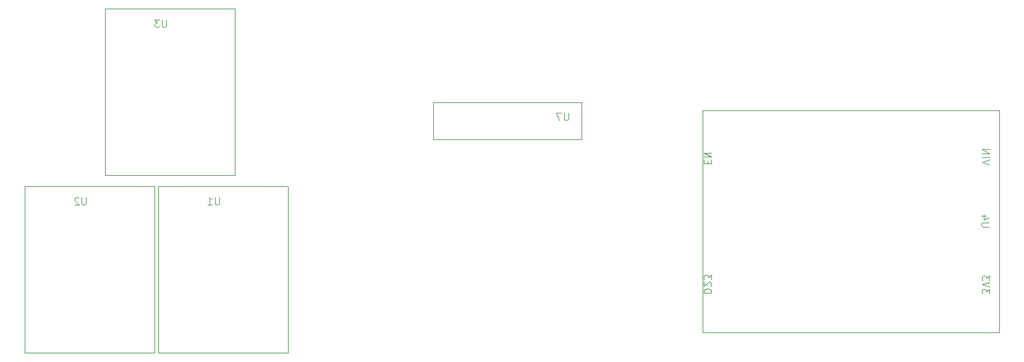
<source format=gbr>
%TF.GenerationSoftware,KiCad,Pcbnew,8.0.1*%
%TF.CreationDate,2024-04-10T11:02:20-04:00*%
%TF.ProjectId,Baja Dashboard Schematic Part 2,42616a61-2044-4617-9368-626f61726420,rev?*%
%TF.SameCoordinates,Original*%
%TF.FileFunction,Legend,Bot*%
%TF.FilePolarity,Positive*%
%FSLAX46Y46*%
G04 Gerber Fmt 4.6, Leading zero omitted, Abs format (unit mm)*
G04 Created by KiCad (PCBNEW 8.0.1) date 2024-04-10 11:02:20*
%MOMM*%
%LPD*%
G01*
G04 APERTURE LIST*
%ADD10C,0.100000*%
G04 APERTURE END LIST*
D10*
X92431904Y-110297419D02*
X92431904Y-111106942D01*
X92431904Y-111106942D02*
X92384285Y-111202180D01*
X92384285Y-111202180D02*
X92336666Y-111249800D01*
X92336666Y-111249800D02*
X92241428Y-111297419D01*
X92241428Y-111297419D02*
X92050952Y-111297419D01*
X92050952Y-111297419D02*
X91955714Y-111249800D01*
X91955714Y-111249800D02*
X91908095Y-111202180D01*
X91908095Y-111202180D02*
X91860476Y-111106942D01*
X91860476Y-111106942D02*
X91860476Y-110297419D01*
X91431904Y-110392657D02*
X91384285Y-110345038D01*
X91384285Y-110345038D02*
X91289047Y-110297419D01*
X91289047Y-110297419D02*
X91050952Y-110297419D01*
X91050952Y-110297419D02*
X90955714Y-110345038D01*
X90955714Y-110345038D02*
X90908095Y-110392657D01*
X90908095Y-110392657D02*
X90860476Y-110487895D01*
X90860476Y-110487895D02*
X90860476Y-110583133D01*
X90860476Y-110583133D02*
X90908095Y-110725990D01*
X90908095Y-110725990D02*
X91479523Y-111297419D01*
X91479523Y-111297419D02*
X90860476Y-111297419D01*
X216102580Y-114311904D02*
X215293057Y-114311904D01*
X215293057Y-114311904D02*
X215197819Y-114264285D01*
X215197819Y-114264285D02*
X215150200Y-114216666D01*
X215150200Y-114216666D02*
X215102580Y-114121428D01*
X215102580Y-114121428D02*
X215102580Y-113930952D01*
X215102580Y-113930952D02*
X215150200Y-113835714D01*
X215150200Y-113835714D02*
X215197819Y-113788095D01*
X215197819Y-113788095D02*
X215293057Y-113740476D01*
X215293057Y-113740476D02*
X216102580Y-113740476D01*
X215769247Y-112835714D02*
X215102580Y-112835714D01*
X216150200Y-113073809D02*
X215435914Y-113311904D01*
X215435914Y-113311904D02*
X215435914Y-112692857D01*
X216187580Y-123501353D02*
X216187580Y-122882306D01*
X216187580Y-122882306D02*
X215806628Y-123215639D01*
X215806628Y-123215639D02*
X215806628Y-123072782D01*
X215806628Y-123072782D02*
X215759009Y-122977544D01*
X215759009Y-122977544D02*
X215711390Y-122929925D01*
X215711390Y-122929925D02*
X215616152Y-122882306D01*
X215616152Y-122882306D02*
X215378057Y-122882306D01*
X215378057Y-122882306D02*
X215282819Y-122929925D01*
X215282819Y-122929925D02*
X215235200Y-122977544D01*
X215235200Y-122977544D02*
X215187580Y-123072782D01*
X215187580Y-123072782D02*
X215187580Y-123358496D01*
X215187580Y-123358496D02*
X215235200Y-123453734D01*
X215235200Y-123453734D02*
X215282819Y-123501353D01*
X216187580Y-122596591D02*
X215187580Y-122263258D01*
X215187580Y-122263258D02*
X216187580Y-121929925D01*
X216187580Y-121691829D02*
X216187580Y-121072782D01*
X216187580Y-121072782D02*
X215806628Y-121406115D01*
X215806628Y-121406115D02*
X215806628Y-121263258D01*
X215806628Y-121263258D02*
X215759009Y-121168020D01*
X215759009Y-121168020D02*
X215711390Y-121120401D01*
X215711390Y-121120401D02*
X215616152Y-121072782D01*
X215616152Y-121072782D02*
X215378057Y-121072782D01*
X215378057Y-121072782D02*
X215282819Y-121120401D01*
X215282819Y-121120401D02*
X215235200Y-121168020D01*
X215235200Y-121168020D02*
X215187580Y-121263258D01*
X215187580Y-121263258D02*
X215187580Y-121548972D01*
X215187580Y-121548972D02*
X215235200Y-121644210D01*
X215235200Y-121644210D02*
X215282819Y-121691829D01*
X177087580Y-123406115D02*
X178087580Y-123406115D01*
X178087580Y-123406115D02*
X178087580Y-123168020D01*
X178087580Y-123168020D02*
X178039961Y-123025163D01*
X178039961Y-123025163D02*
X177944723Y-122929925D01*
X177944723Y-122929925D02*
X177849485Y-122882306D01*
X177849485Y-122882306D02*
X177659009Y-122834687D01*
X177659009Y-122834687D02*
X177516152Y-122834687D01*
X177516152Y-122834687D02*
X177325676Y-122882306D01*
X177325676Y-122882306D02*
X177230438Y-122929925D01*
X177230438Y-122929925D02*
X177135200Y-123025163D01*
X177135200Y-123025163D02*
X177087580Y-123168020D01*
X177087580Y-123168020D02*
X177087580Y-123406115D01*
X177992342Y-122453734D02*
X178039961Y-122406115D01*
X178039961Y-122406115D02*
X178087580Y-122310877D01*
X178087580Y-122310877D02*
X178087580Y-122072782D01*
X178087580Y-122072782D02*
X178039961Y-121977544D01*
X178039961Y-121977544D02*
X177992342Y-121929925D01*
X177992342Y-121929925D02*
X177897104Y-121882306D01*
X177897104Y-121882306D02*
X177801866Y-121882306D01*
X177801866Y-121882306D02*
X177659009Y-121929925D01*
X177659009Y-121929925D02*
X177087580Y-122501353D01*
X177087580Y-122501353D02*
X177087580Y-121882306D01*
X178087580Y-121548972D02*
X178087580Y-120929925D01*
X178087580Y-120929925D02*
X177706628Y-121263258D01*
X177706628Y-121263258D02*
X177706628Y-121120401D01*
X177706628Y-121120401D02*
X177659009Y-121025163D01*
X177659009Y-121025163D02*
X177611390Y-120977544D01*
X177611390Y-120977544D02*
X177516152Y-120929925D01*
X177516152Y-120929925D02*
X177278057Y-120929925D01*
X177278057Y-120929925D02*
X177182819Y-120977544D01*
X177182819Y-120977544D02*
X177135200Y-121025163D01*
X177135200Y-121025163D02*
X177087580Y-121120401D01*
X177087580Y-121120401D02*
X177087580Y-121406115D01*
X177087580Y-121406115D02*
X177135200Y-121501353D01*
X177135200Y-121501353D02*
X177182819Y-121548972D01*
X177611390Y-105626115D02*
X177611390Y-105292782D01*
X177087580Y-105149925D02*
X177087580Y-105626115D01*
X177087580Y-105626115D02*
X178087580Y-105626115D01*
X178087580Y-105626115D02*
X178087580Y-105149925D01*
X177087580Y-104721353D02*
X178087580Y-104721353D01*
X178087580Y-104721353D02*
X177087580Y-104149925D01*
X177087580Y-104149925D02*
X178087580Y-104149925D01*
X216187580Y-105768972D02*
X215187580Y-105435639D01*
X215187580Y-105435639D02*
X216187580Y-105102306D01*
X215187580Y-104768972D02*
X216187580Y-104768972D01*
X215187580Y-104292782D02*
X216187580Y-104292782D01*
X216187580Y-104292782D02*
X215187580Y-103721354D01*
X215187580Y-103721354D02*
X216187580Y-103721354D01*
X158511904Y-98707419D02*
X158511904Y-99516942D01*
X158511904Y-99516942D02*
X158464285Y-99612180D01*
X158464285Y-99612180D02*
X158416666Y-99659800D01*
X158416666Y-99659800D02*
X158321428Y-99707419D01*
X158321428Y-99707419D02*
X158130952Y-99707419D01*
X158130952Y-99707419D02*
X158035714Y-99659800D01*
X158035714Y-99659800D02*
X157988095Y-99612180D01*
X157988095Y-99612180D02*
X157940476Y-99516942D01*
X157940476Y-99516942D02*
X157940476Y-98707419D01*
X157559523Y-98707419D02*
X156892857Y-98707419D01*
X156892857Y-98707419D02*
X157321428Y-99707419D01*
X103431904Y-85917419D02*
X103431904Y-86726942D01*
X103431904Y-86726942D02*
X103384285Y-86822180D01*
X103384285Y-86822180D02*
X103336666Y-86869800D01*
X103336666Y-86869800D02*
X103241428Y-86917419D01*
X103241428Y-86917419D02*
X103050952Y-86917419D01*
X103050952Y-86917419D02*
X102955714Y-86869800D01*
X102955714Y-86869800D02*
X102908095Y-86822180D01*
X102908095Y-86822180D02*
X102860476Y-86726942D01*
X102860476Y-86726942D02*
X102860476Y-85917419D01*
X102479523Y-85917419D02*
X101860476Y-85917419D01*
X101860476Y-85917419D02*
X102193809Y-86298371D01*
X102193809Y-86298371D02*
X102050952Y-86298371D01*
X102050952Y-86298371D02*
X101955714Y-86345990D01*
X101955714Y-86345990D02*
X101908095Y-86393609D01*
X101908095Y-86393609D02*
X101860476Y-86488847D01*
X101860476Y-86488847D02*
X101860476Y-86726942D01*
X101860476Y-86726942D02*
X101908095Y-86822180D01*
X101908095Y-86822180D02*
X101955714Y-86869800D01*
X101955714Y-86869800D02*
X102050952Y-86917419D01*
X102050952Y-86917419D02*
X102336666Y-86917419D01*
X102336666Y-86917419D02*
X102431904Y-86869800D01*
X102431904Y-86869800D02*
X102479523Y-86822180D01*
X110681904Y-110297419D02*
X110681904Y-111106942D01*
X110681904Y-111106942D02*
X110634285Y-111202180D01*
X110634285Y-111202180D02*
X110586666Y-111249800D01*
X110586666Y-111249800D02*
X110491428Y-111297419D01*
X110491428Y-111297419D02*
X110300952Y-111297419D01*
X110300952Y-111297419D02*
X110205714Y-111249800D01*
X110205714Y-111249800D02*
X110158095Y-111202180D01*
X110158095Y-111202180D02*
X110110476Y-111106942D01*
X110110476Y-111106942D02*
X110110476Y-110297419D01*
X109110476Y-111297419D02*
X109681904Y-111297419D01*
X109396190Y-111297419D02*
X109396190Y-110297419D01*
X109396190Y-110297419D02*
X109491428Y-110440276D01*
X109491428Y-110440276D02*
X109586666Y-110535514D01*
X109586666Y-110535514D02*
X109681904Y-110583133D01*
%TO.C,U2*%
X84050000Y-131660000D02*
X101830000Y-131660000D01*
X101830000Y-108800000D01*
X84050000Y-108800000D01*
X84050000Y-131660000D01*
%TO.C,U4*%
X176960000Y-98310000D02*
X217600000Y-98310000D01*
X217600000Y-128790000D01*
X176960000Y-128790000D01*
X176960000Y-98310000D01*
%TO.C,U7*%
X139970000Y-102290000D02*
X160290000Y-102290000D01*
X160290000Y-97210000D01*
X139970000Y-97210000D01*
X139970000Y-102290000D01*
%TO.C,U3*%
X95050000Y-107280000D02*
X112830000Y-107280000D01*
X112830000Y-84420000D01*
X95050000Y-84420000D01*
X95050000Y-107280000D01*
%TO.C,U1*%
X102300000Y-131660000D02*
X120080000Y-131660000D01*
X120080000Y-108800000D01*
X102300000Y-108800000D01*
X102300000Y-131660000D01*
%TD*%
M02*

</source>
